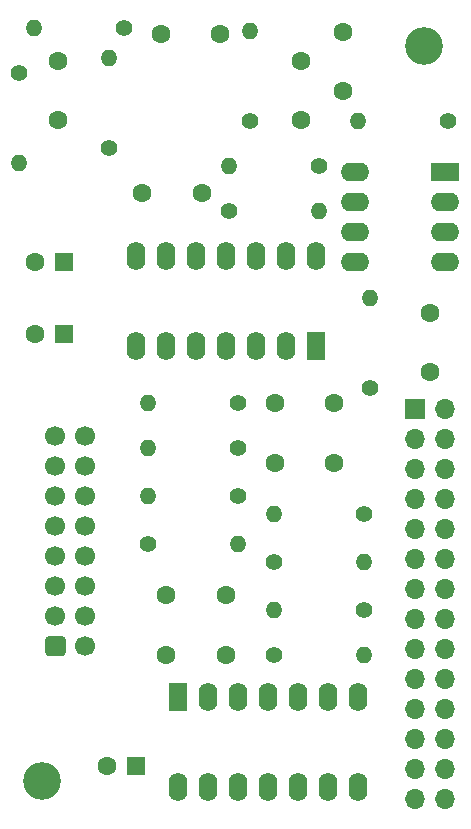
<source format=gbr>
%TF.GenerationSoftware,KiCad,Pcbnew,(5.1.10)-1*%
%TF.CreationDate,2022-02-04T18:42:06-05:00*%
%TF.ProjectId,OutputBoard,4f757470-7574-4426-9f61-72642e6b6963,rev?*%
%TF.SameCoordinates,Original*%
%TF.FileFunction,Soldermask,Top*%
%TF.FilePolarity,Negative*%
%FSLAX46Y46*%
G04 Gerber Fmt 4.6, Leading zero omitted, Abs format (unit mm)*
G04 Created by KiCad (PCBNEW (5.1.10)-1) date 2022-02-04 18:42:06*
%MOMM*%
%LPD*%
G01*
G04 APERTURE LIST*
%ADD10C,3.200000*%
%ADD11O,1.600000X2.400000*%
%ADD12R,1.600000X2.400000*%
%ADD13R,1.600000X1.600000*%
%ADD14C,1.600000*%
%ADD15C,1.700000*%
%ADD16R,1.700000X1.700000*%
%ADD17O,1.700000X1.700000*%
%ADD18C,1.400000*%
%ADD19O,1.400000X1.400000*%
%ADD20R,2.400000X1.600000*%
%ADD21O,2.400000X1.600000*%
G04 APERTURE END LIST*
D10*
%TO.C,REF\u002A\u002A*%
X48895000Y-93980000D03*
%TD*%
%TO.C,REF\u002A\u002A*%
X81280000Y-31750000D03*
%TD*%
D11*
%TO.C,U2*%
X72136000Y-49530000D03*
X56896000Y-57150000D03*
X69596000Y-49530000D03*
X59436000Y-57150000D03*
X67056000Y-49530000D03*
X61976000Y-57150000D03*
X64516000Y-49530000D03*
X64516000Y-57150000D03*
X61976000Y-49530000D03*
X67056000Y-57150000D03*
X59436000Y-49530000D03*
X69596000Y-57150000D03*
X56896000Y-49530000D03*
D12*
X72136000Y-57150000D03*
%TD*%
D13*
%TO.C,C1*%
X56896000Y-92710000D03*
D14*
X54396000Y-92710000D03*
%TD*%
%TO.C,C2*%
X48300000Y-56134000D03*
D13*
X50800000Y-56134000D03*
%TD*%
%TO.C,C5*%
X50800000Y-50038000D03*
D14*
X48300000Y-50038000D03*
%TD*%
%TO.C,C6*%
X64436000Y-83312000D03*
X59436000Y-83312000D03*
%TD*%
%TO.C,C7*%
X68660000Y-61976000D03*
X73660000Y-61976000D03*
%TD*%
%TO.C,C8*%
X70866000Y-33020000D03*
X70866000Y-38020000D03*
%TD*%
%TO.C,C9*%
X57404000Y-44196000D03*
X62404000Y-44196000D03*
%TD*%
%TO.C,C10*%
X74422000Y-30560000D03*
X74422000Y-35560000D03*
%TD*%
%TO.C,C11*%
X81788000Y-54356000D03*
X81788000Y-59356000D03*
%TD*%
%TO.C,C12*%
X59008000Y-30734000D03*
X64008000Y-30734000D03*
%TD*%
%TO.C,C13*%
X50292000Y-38020000D03*
X50292000Y-33020000D03*
%TD*%
%TO.C,J1*%
G36*
G01*
X49188000Y-83150000D02*
X49188000Y-81950000D01*
G75*
G02*
X49438000Y-81700000I250000J0D01*
G01*
X50638000Y-81700000D01*
G75*
G02*
X50888000Y-81950000I0J-250000D01*
G01*
X50888000Y-83150000D01*
G75*
G02*
X50638000Y-83400000I-250000J0D01*
G01*
X49438000Y-83400000D01*
G75*
G02*
X49188000Y-83150000I0J250000D01*
G01*
G37*
D15*
X50038000Y-80010000D03*
X50038000Y-77470000D03*
X50038000Y-74930000D03*
X50038000Y-72390000D03*
X50038000Y-69850000D03*
X50038000Y-67310000D03*
X50038000Y-64770000D03*
X52578000Y-82550000D03*
X52578000Y-80010000D03*
X52578000Y-77470000D03*
X52578000Y-74930000D03*
X52578000Y-72390000D03*
X52578000Y-69850000D03*
X52578000Y-67310000D03*
X52578000Y-64770000D03*
%TD*%
D16*
%TO.C,J3*%
X80518000Y-62484000D03*
D17*
X83058000Y-62484000D03*
X80518000Y-65024000D03*
X83058000Y-65024000D03*
X80518000Y-67564000D03*
X83058000Y-67564000D03*
X80518000Y-70104000D03*
X83058000Y-70104000D03*
X80518000Y-72644000D03*
X83058000Y-72644000D03*
X80518000Y-75184000D03*
X83058000Y-75184000D03*
X80518000Y-77724000D03*
X83058000Y-77724000D03*
X80518000Y-80264000D03*
X83058000Y-80264000D03*
X80518000Y-82804000D03*
X83058000Y-82804000D03*
X80518000Y-85344000D03*
X83058000Y-85344000D03*
X80518000Y-87884000D03*
X83058000Y-87884000D03*
X80518000Y-90424000D03*
X83058000Y-90424000D03*
X80518000Y-92964000D03*
X83058000Y-92964000D03*
X80518000Y-95504000D03*
X83058000Y-95504000D03*
%TD*%
D18*
%TO.C,R1*%
X76200000Y-79502000D03*
D19*
X68580000Y-79502000D03*
%TD*%
%TO.C,R2*%
X76200000Y-83312000D03*
D18*
X68580000Y-83312000D03*
%TD*%
%TO.C,R3*%
X65532000Y-65786000D03*
D19*
X57912000Y-65786000D03*
%TD*%
%TO.C,R4*%
X57912000Y-61976000D03*
D18*
X65532000Y-61976000D03*
%TD*%
%TO.C,R5*%
X57912000Y-73914000D03*
D19*
X65532000Y-73914000D03*
%TD*%
%TO.C,R6*%
X57912000Y-69850000D03*
D18*
X65532000Y-69850000D03*
%TD*%
D19*
%TO.C,R7*%
X68580000Y-71374000D03*
D18*
X76200000Y-71374000D03*
%TD*%
%TO.C,R8*%
X68580000Y-75438000D03*
D19*
X76200000Y-75438000D03*
%TD*%
%TO.C,R9*%
X64770000Y-41910000D03*
D18*
X72390000Y-41910000D03*
%TD*%
%TO.C,R10*%
X66548000Y-38100000D03*
D19*
X66548000Y-30480000D03*
%TD*%
D18*
%TO.C,R11*%
X64770000Y-45720000D03*
D19*
X72390000Y-45720000D03*
%TD*%
%TO.C,R12*%
X46990000Y-41656000D03*
D18*
X46990000Y-34036000D03*
%TD*%
D19*
%TO.C,R13*%
X75692000Y-38100000D03*
D18*
X83312000Y-38100000D03*
%TD*%
%TO.C,R14*%
X76708000Y-60706000D03*
D19*
X76708000Y-53086000D03*
%TD*%
%TO.C,R15*%
X54610000Y-32766000D03*
D18*
X54610000Y-40386000D03*
%TD*%
%TO.C,R16*%
X55880000Y-30226000D03*
D19*
X48260000Y-30226000D03*
%TD*%
D12*
%TO.C,U1*%
X60452000Y-86868000D03*
D11*
X75692000Y-94488000D03*
X62992000Y-86868000D03*
X73152000Y-94488000D03*
X65532000Y-86868000D03*
X70612000Y-94488000D03*
X68072000Y-86868000D03*
X68072000Y-94488000D03*
X70612000Y-86868000D03*
X65532000Y-94488000D03*
X73152000Y-86868000D03*
X62992000Y-94488000D03*
X75692000Y-86868000D03*
X60452000Y-94488000D03*
%TD*%
D20*
%TO.C,U3*%
X83058000Y-42418000D03*
D21*
X75438000Y-50038000D03*
X83058000Y-44958000D03*
X75438000Y-47498000D03*
X83058000Y-47498000D03*
X75438000Y-44958000D03*
X83058000Y-50038000D03*
X75438000Y-42418000D03*
%TD*%
D14*
%TO.C,C3*%
X64436000Y-78232000D03*
X59436000Y-78232000D03*
%TD*%
%TO.C,C4*%
X73660000Y-67056000D03*
X68660000Y-67056000D03*
%TD*%
M02*

</source>
